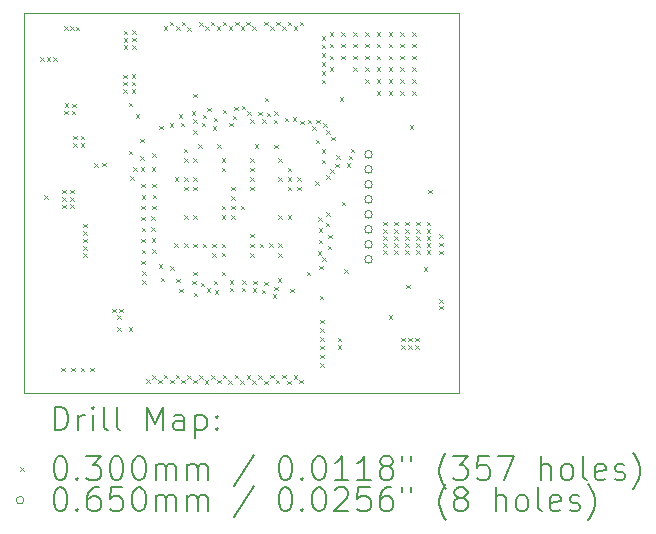
<source format=gbr>
%TF.GenerationSoftware,KiCad,Pcbnew,8.0.4-8.0.4-0~ubuntu20.04.1*%
%TF.CreationDate,2024-10-25T22:35:44+02:00*%
%TF.ProjectId,home_auto,686f6d65-5f61-4757-946f-2e6b69636164,rev?*%
%TF.SameCoordinates,Original*%
%TF.FileFunction,Drillmap*%
%TF.FilePolarity,Positive*%
%FSLAX45Y45*%
G04 Gerber Fmt 4.5, Leading zero omitted, Abs format (unit mm)*
G04 Created by KiCad (PCBNEW 8.0.4-8.0.4-0~ubuntu20.04.1) date 2024-10-25 22:35:44*
%MOMM*%
%LPD*%
G01*
G04 APERTURE LIST*
%ADD10C,0.050000*%
%ADD11C,0.200000*%
%ADD12C,0.100000*%
G04 APERTURE END LIST*
D10*
X7350000Y-8267500D02*
X11030000Y-8267500D01*
X11030000Y-11486500D01*
X7350000Y-11486500D01*
X7350000Y-8267500D01*
D11*
D12*
X7487000Y-8643000D02*
X7517000Y-8673000D01*
X7517000Y-8643000D02*
X7487000Y-8673000D01*
X7520000Y-9811000D02*
X7550000Y-9841000D01*
X7550000Y-9811000D02*
X7520000Y-9841000D01*
X7542000Y-8643000D02*
X7572000Y-8673000D01*
X7572000Y-8643000D02*
X7542000Y-8673000D01*
X7598000Y-8643000D02*
X7628000Y-8673000D01*
X7628000Y-8643000D02*
X7598000Y-8673000D01*
X7665000Y-11272000D02*
X7695000Y-11302000D01*
X7695000Y-11272000D02*
X7665000Y-11302000D01*
X7670000Y-9764324D02*
X7700000Y-9794324D01*
X7700000Y-9764324D02*
X7670000Y-9794324D01*
X7670000Y-9827162D02*
X7700000Y-9857162D01*
X7700000Y-9827162D02*
X7670000Y-9857162D01*
X7670000Y-9890000D02*
X7700000Y-9920000D01*
X7700000Y-9890000D02*
X7670000Y-9920000D01*
X7690000Y-8381000D02*
X7720000Y-8411000D01*
X7720000Y-8381000D02*
X7690000Y-8411000D01*
X7690633Y-9095885D02*
X7720633Y-9125885D01*
X7720633Y-9095885D02*
X7690633Y-9125885D01*
X7692000Y-9033000D02*
X7722000Y-9063000D01*
X7722000Y-9033000D02*
X7692000Y-9063000D01*
X7738000Y-8380000D02*
X7768000Y-8410000D01*
X7768000Y-8380000D02*
X7738000Y-8410000D01*
X7738793Y-9762162D02*
X7768793Y-9792162D01*
X7768793Y-9762162D02*
X7738793Y-9792162D01*
X7738793Y-9825000D02*
X7768793Y-9855000D01*
X7768793Y-9825000D02*
X7738793Y-9855000D01*
X7738793Y-9887838D02*
X7768793Y-9917838D01*
X7768793Y-9887838D02*
X7738793Y-9917838D01*
X7746000Y-11272000D02*
X7776000Y-11302000D01*
X7776000Y-11272000D02*
X7746000Y-11302000D01*
X7753533Y-9096018D02*
X7783533Y-9126018D01*
X7783533Y-9096018D02*
X7753533Y-9126018D01*
X7754894Y-9033887D02*
X7784894Y-9063887D01*
X7784894Y-9033887D02*
X7754894Y-9063887D01*
X7763000Y-9307000D02*
X7793000Y-9337000D01*
X7793000Y-9307000D02*
X7763000Y-9337000D01*
X7764000Y-9370000D02*
X7794000Y-9400000D01*
X7794000Y-9370000D02*
X7764000Y-9400000D01*
X7786000Y-8382000D02*
X7816000Y-8412000D01*
X7816000Y-8382000D02*
X7786000Y-8412000D01*
X7827000Y-11272000D02*
X7857000Y-11302000D01*
X7857000Y-11272000D02*
X7827000Y-11302000D01*
X7829000Y-9306000D02*
X7859000Y-9336000D01*
X7859000Y-9306000D02*
X7829000Y-9336000D01*
X7829000Y-9371000D02*
X7859000Y-9401000D01*
X7859000Y-9371000D02*
X7829000Y-9401000D01*
X7849000Y-10052356D02*
X7879000Y-10082356D01*
X7879000Y-10052356D02*
X7849000Y-10082356D01*
X7849000Y-10115244D02*
X7879000Y-10145244D01*
X7879000Y-10115244D02*
X7849000Y-10145244D01*
X7849000Y-10178000D02*
X7879000Y-10208000D01*
X7879000Y-10178000D02*
X7849000Y-10208000D01*
X7849000Y-10240180D02*
X7879000Y-10270180D01*
X7879000Y-10240180D02*
X7849000Y-10270180D01*
X7849000Y-10303067D02*
X7879000Y-10333067D01*
X7879000Y-10303067D02*
X7849000Y-10333067D01*
X7908000Y-11272000D02*
X7938000Y-11302000D01*
X7938000Y-11272000D02*
X7908000Y-11302000D01*
X7944000Y-9539000D02*
X7974000Y-9569000D01*
X7974000Y-9539000D02*
X7944000Y-9569000D01*
X8010000Y-9536000D02*
X8040000Y-9566000D01*
X8040000Y-9536000D02*
X8010000Y-9566000D01*
X8096000Y-10772000D02*
X8126000Y-10802000D01*
X8126000Y-10772000D02*
X8096000Y-10802000D01*
X8136000Y-10828000D02*
X8166000Y-10858000D01*
X8166000Y-10828000D02*
X8136000Y-10858000D01*
X8136000Y-10928000D02*
X8166000Y-10958000D01*
X8166000Y-10928000D02*
X8136000Y-10958000D01*
X8154000Y-10772000D02*
X8184000Y-10802000D01*
X8184000Y-10772000D02*
X8154000Y-10802000D01*
X8188000Y-8788000D02*
X8218000Y-8818000D01*
X8218000Y-8788000D02*
X8188000Y-8818000D01*
X8188000Y-8850848D02*
X8218000Y-8880848D01*
X8218000Y-8850848D02*
X8188000Y-8880848D01*
X8188000Y-8913674D02*
X8218000Y-8943674D01*
X8218000Y-8913674D02*
X8188000Y-8943674D01*
X8194000Y-8416326D02*
X8224000Y-8446326D01*
X8224000Y-8416326D02*
X8194000Y-8446326D01*
X8194000Y-8479174D02*
X8224000Y-8509174D01*
X8224000Y-8479174D02*
X8194000Y-8509174D01*
X8194000Y-8542000D02*
X8224000Y-8572000D01*
X8224000Y-8542000D02*
X8194000Y-8572000D01*
X8235100Y-9434000D02*
X8265100Y-9464000D01*
X8265100Y-9434000D02*
X8235100Y-9464000D01*
X8236000Y-9028000D02*
X8266000Y-9058000D01*
X8266000Y-9028000D02*
X8236000Y-9058000D01*
X8236000Y-10928000D02*
X8266000Y-10958000D01*
X8266000Y-10928000D02*
X8236000Y-10958000D01*
X8250000Y-9651000D02*
X8280000Y-9681000D01*
X8280000Y-9651000D02*
X8250000Y-9681000D01*
X8258615Y-8786674D02*
X8288615Y-8816674D01*
X8288615Y-8786674D02*
X8258615Y-8816674D01*
X8258615Y-8849522D02*
X8288615Y-8879522D01*
X8288615Y-8849522D02*
X8258615Y-8879522D01*
X8258615Y-8912349D02*
X8288615Y-8942349D01*
X8288615Y-8912349D02*
X8258615Y-8942349D01*
X8264615Y-8415000D02*
X8294615Y-8445000D01*
X8294615Y-8415000D02*
X8264615Y-8445000D01*
X8264615Y-8477848D02*
X8294615Y-8507848D01*
X8294615Y-8477848D02*
X8264615Y-8507848D01*
X8264615Y-8540674D02*
X8294615Y-8570674D01*
X8294615Y-8540674D02*
X8264615Y-8570674D01*
X8272386Y-9570841D02*
X8302386Y-9600841D01*
X8302386Y-9570841D02*
X8272386Y-9600841D01*
X8296000Y-9125000D02*
X8326000Y-9155000D01*
X8326000Y-9125000D02*
X8296000Y-9155000D01*
X8334000Y-9480000D02*
X8364000Y-9510000D01*
X8364000Y-9480000D02*
X8334000Y-9510000D01*
X8334241Y-9330740D02*
X8364241Y-9360740D01*
X8364241Y-9330740D02*
X8334241Y-9360740D01*
X8335275Y-9572000D02*
X8365275Y-9602000D01*
X8365275Y-9572000D02*
X8335275Y-9602000D01*
X8339000Y-9900500D02*
X8369000Y-9930500D01*
X8369000Y-9900500D02*
X8339000Y-9930500D01*
X8340000Y-10177000D02*
X8370000Y-10207000D01*
X8370000Y-10177000D02*
X8340000Y-10207000D01*
X8342000Y-9993000D02*
X8372000Y-10023000D01*
X8372000Y-9993000D02*
X8342000Y-10023000D01*
X8342126Y-9713445D02*
X8372126Y-9743445D01*
X8372126Y-9713445D02*
X8342126Y-9743445D01*
X8343000Y-10363000D02*
X8373000Y-10393000D01*
X8373000Y-10363000D02*
X8343000Y-10393000D01*
X8344000Y-10271000D02*
X8374000Y-10301000D01*
X8374000Y-10271000D02*
X8344000Y-10301000D01*
X8344940Y-9808500D02*
X8374940Y-9838500D01*
X8374940Y-9808500D02*
X8344940Y-9838500D01*
X8346000Y-10085000D02*
X8376000Y-10115000D01*
X8376000Y-10085000D02*
X8346000Y-10115000D01*
X8347500Y-10530000D02*
X8377500Y-10560000D01*
X8377500Y-10530000D02*
X8347500Y-10560000D01*
X8350000Y-10455527D02*
X8380000Y-10485527D01*
X8380000Y-10455527D02*
X8350000Y-10485527D01*
X8382500Y-11370000D02*
X8412500Y-11400000D01*
X8412500Y-11370000D02*
X8382500Y-11400000D01*
X8423750Y-10082000D02*
X8453750Y-10112000D01*
X8453750Y-10082000D02*
X8423750Y-10112000D01*
X8426946Y-9990000D02*
X8456946Y-10020000D01*
X8456946Y-9990000D02*
X8426946Y-10020000D01*
X8428823Y-10174000D02*
X8458823Y-10204000D01*
X8458823Y-10174000D02*
X8428823Y-10204000D01*
X8431000Y-9572000D02*
X8461000Y-9602000D01*
X8461000Y-9572000D02*
X8431000Y-9602000D01*
X8432000Y-9714000D02*
X8462000Y-9744000D01*
X8462000Y-9714000D02*
X8432000Y-9744000D01*
X8433830Y-9453278D02*
X8463830Y-9483278D01*
X8463830Y-9453278D02*
X8433830Y-9483278D01*
X8434000Y-9898000D02*
X8464000Y-9928000D01*
X8464000Y-9898000D02*
X8434000Y-9928000D01*
X8435000Y-10266000D02*
X8465000Y-10296000D01*
X8465000Y-10266000D02*
X8435000Y-10296000D01*
X8435000Y-11332500D02*
X8465000Y-11362500D01*
X8465000Y-11332500D02*
X8435000Y-11362500D01*
X8437928Y-9806000D02*
X8467928Y-9836000D01*
X8467928Y-9806000D02*
X8437928Y-9836000D01*
X8485000Y-11372500D02*
X8515000Y-11402500D01*
X8515000Y-11372500D02*
X8485000Y-11402500D01*
X8487400Y-10393054D02*
X8517400Y-10423054D01*
X8517400Y-10393054D02*
X8487400Y-10423054D01*
X8492500Y-9222500D02*
X8522500Y-9252500D01*
X8522500Y-9222500D02*
X8492500Y-9252500D01*
X8507500Y-10510000D02*
X8537500Y-10540000D01*
X8537500Y-10510000D02*
X8507500Y-10540000D01*
X8530000Y-8380000D02*
X8560000Y-8410000D01*
X8560000Y-8380000D02*
X8530000Y-8410000D01*
X8532500Y-11330000D02*
X8562500Y-11360000D01*
X8562500Y-11330000D02*
X8532500Y-11360000D01*
X8582500Y-8340000D02*
X8612500Y-8370000D01*
X8612500Y-8340000D02*
X8582500Y-8370000D01*
X8582500Y-9200000D02*
X8612500Y-9230000D01*
X8612500Y-9200000D02*
X8582500Y-9230000D01*
X8585000Y-11372500D02*
X8615000Y-11402500D01*
X8615000Y-11372500D02*
X8585000Y-11402500D01*
X8588250Y-10413251D02*
X8618250Y-10443251D01*
X8618250Y-10413251D02*
X8588250Y-10443251D01*
X8622000Y-10218000D02*
X8652000Y-10248000D01*
X8652000Y-10218000D02*
X8622000Y-10248000D01*
X8623000Y-9659000D02*
X8653000Y-9689000D01*
X8653000Y-9659000D02*
X8623000Y-9689000D01*
X8632500Y-11330000D02*
X8662500Y-11360000D01*
X8662500Y-11330000D02*
X8632500Y-11360000D01*
X8637356Y-10518357D02*
X8667356Y-10548357D01*
X8667356Y-10518357D02*
X8637356Y-10548357D01*
X8637500Y-8380000D02*
X8667500Y-8410000D01*
X8667500Y-8380000D02*
X8637500Y-8410000D01*
X8658824Y-9124719D02*
X8688824Y-9154719D01*
X8688824Y-9124719D02*
X8658824Y-9154719D01*
X8662500Y-10600000D02*
X8692500Y-10630000D01*
X8692500Y-10600000D02*
X8662500Y-10630000D01*
X8675867Y-9196527D02*
X8705867Y-9226527D01*
X8705867Y-9196527D02*
X8675867Y-9226527D01*
X8679512Y-11371789D02*
X8709512Y-11401789D01*
X8709512Y-11371789D02*
X8679512Y-11401789D01*
X8685000Y-8340000D02*
X8715000Y-8370000D01*
X8715000Y-8340000D02*
X8685000Y-8370000D01*
X8702500Y-9417500D02*
X8732500Y-9447500D01*
X8732500Y-9417500D02*
X8702500Y-9447500D01*
X8703000Y-9498500D02*
X8733000Y-9528500D01*
X8733000Y-9498500D02*
X8703000Y-9528500D01*
X8703000Y-9658000D02*
X8733000Y-9688000D01*
X8733000Y-9658000D02*
X8703000Y-9688000D01*
X8703000Y-9739000D02*
X8733000Y-9769000D01*
X8733000Y-9739000D02*
X8703000Y-9769000D01*
X8703000Y-9978000D02*
X8733000Y-10008000D01*
X8733000Y-9978000D02*
X8703000Y-10008000D01*
X8703000Y-10218000D02*
X8733000Y-10248000D01*
X8733000Y-10218000D02*
X8703000Y-10248000D01*
X8732500Y-8386000D02*
X8762500Y-8416000D01*
X8762500Y-8386000D02*
X8732500Y-8416000D01*
X8732500Y-11335000D02*
X8762500Y-11365000D01*
X8762500Y-11335000D02*
X8732500Y-11365000D01*
X8767500Y-9100000D02*
X8797500Y-9130000D01*
X8797500Y-9100000D02*
X8767500Y-9130000D01*
X8772500Y-10535000D02*
X8802500Y-10565000D01*
X8802500Y-10535000D02*
X8772500Y-10565000D01*
X8780222Y-9168002D02*
X8810222Y-9198002D01*
X8810222Y-9168002D02*
X8780222Y-9198002D01*
X8781000Y-8951000D02*
X8811000Y-8981000D01*
X8811000Y-8951000D02*
X8781000Y-8981000D01*
X8782500Y-9257500D02*
X8812500Y-9287500D01*
X8812500Y-9257500D02*
X8782500Y-9287500D01*
X8782881Y-11372659D02*
X8812881Y-11402659D01*
X8812881Y-11372659D02*
X8782881Y-11402659D01*
X8783000Y-9498000D02*
X8813000Y-9528000D01*
X8813000Y-9498000D02*
X8783000Y-9528000D01*
X8783000Y-9658000D02*
X8813000Y-9688000D01*
X8813000Y-9658000D02*
X8783000Y-9688000D01*
X8783000Y-9738000D02*
X8813000Y-9768000D01*
X8813000Y-9738000D02*
X8783000Y-9768000D01*
X8783000Y-9978000D02*
X8813000Y-10008000D01*
X8813000Y-9978000D02*
X8783000Y-10008000D01*
X8783000Y-10219000D02*
X8813000Y-10249000D01*
X8813000Y-10219000D02*
X8783000Y-10249000D01*
X8783001Y-10458502D02*
X8813001Y-10488502D01*
X8813001Y-10458502D02*
X8783001Y-10488502D01*
X8785000Y-10635000D02*
X8815000Y-10665000D01*
X8815000Y-10635000D02*
X8785000Y-10665000D01*
X8823000Y-9379000D02*
X8853000Y-9409000D01*
X8853000Y-9379000D02*
X8823000Y-9409000D01*
X8830000Y-8345000D02*
X8860000Y-8375000D01*
X8860000Y-8345000D02*
X8830000Y-8375000D01*
X8832501Y-11332500D02*
X8862501Y-11362500D01*
X8862501Y-11332500D02*
X8832501Y-11362500D01*
X8844247Y-10550316D02*
X8874247Y-10580316D01*
X8874247Y-10550316D02*
X8844247Y-10580316D01*
X8855000Y-9195000D02*
X8885000Y-9225000D01*
X8885000Y-9195000D02*
X8855000Y-9225000D01*
X8859900Y-9126698D02*
X8889900Y-9156698D01*
X8889900Y-9126698D02*
X8859900Y-9156698D01*
X8863000Y-10219000D02*
X8893000Y-10249000D01*
X8893000Y-10219000D02*
X8863000Y-10249000D01*
X8878000Y-11377000D02*
X8908000Y-11407000D01*
X8908000Y-11377000D02*
X8878000Y-11407000D01*
X8882500Y-8380000D02*
X8912500Y-8410000D01*
X8912500Y-8380000D02*
X8882500Y-8410000D01*
X8895130Y-10598970D02*
X8925130Y-10628970D01*
X8925130Y-10598970D02*
X8895130Y-10628970D01*
X8898042Y-9067525D02*
X8928042Y-9097525D01*
X8928042Y-9067525D02*
X8898042Y-9097525D01*
X8930000Y-8340000D02*
X8960000Y-8370000D01*
X8960000Y-8340000D02*
X8930000Y-8370000D01*
X8932500Y-11332500D02*
X8962500Y-11362500D01*
X8962500Y-11332500D02*
X8932500Y-11362500D01*
X8943000Y-10219000D02*
X8973000Y-10249000D01*
X8973000Y-10219000D02*
X8943000Y-10249000D01*
X8943000Y-10299000D02*
X8973000Y-10329000D01*
X8973000Y-10299000D02*
X8943000Y-10329000D01*
X8945529Y-9224830D02*
X8975529Y-9254830D01*
X8975529Y-9224830D02*
X8945529Y-9254830D01*
X8953345Y-9154865D02*
X8983345Y-9184865D01*
X8983345Y-9154865D02*
X8953345Y-9184865D01*
X8955093Y-10535802D02*
X8985093Y-10565802D01*
X8985093Y-10535802D02*
X8955093Y-10565802D01*
X8963626Y-10615231D02*
X8993626Y-10645231D01*
X8993626Y-10615231D02*
X8963626Y-10645231D01*
X8978828Y-8380000D02*
X9008828Y-8410000D01*
X9008828Y-8380000D02*
X8978828Y-8410000D01*
X8982500Y-11372500D02*
X9012500Y-11402500D01*
X9012500Y-11372500D02*
X8982500Y-11402500D01*
X8983000Y-9379000D02*
X9013000Y-9409000D01*
X9013000Y-9379000D02*
X8983000Y-9409000D01*
X9022500Y-10457500D02*
X9052500Y-10487500D01*
X9052500Y-10457500D02*
X9022500Y-10487500D01*
X9023000Y-9499000D02*
X9053000Y-9529000D01*
X9053000Y-9499000D02*
X9023000Y-9529000D01*
X9023000Y-9579000D02*
X9053000Y-9609000D01*
X9053000Y-9579000D02*
X9023000Y-9609000D01*
X9023000Y-9898000D02*
X9053000Y-9928000D01*
X9053000Y-9898000D02*
X9023000Y-9928000D01*
X9023000Y-9978000D02*
X9053000Y-10008000D01*
X9053000Y-9978000D02*
X9023000Y-10008000D01*
X9023000Y-10219000D02*
X9053000Y-10249000D01*
X9053000Y-10219000D02*
X9023000Y-10249000D01*
X9023000Y-10298000D02*
X9053000Y-10328000D01*
X9053000Y-10298000D02*
X9023000Y-10328000D01*
X9032500Y-8340000D02*
X9062500Y-8370000D01*
X9062500Y-8340000D02*
X9032500Y-8370000D01*
X9032500Y-9085000D02*
X9062500Y-9115000D01*
X9062500Y-9085000D02*
X9032500Y-9115000D01*
X9032500Y-11330000D02*
X9062500Y-11360000D01*
X9062500Y-11330000D02*
X9032500Y-11360000D01*
X9077500Y-11375000D02*
X9107500Y-11405000D01*
X9107500Y-11375000D02*
X9077500Y-11405000D01*
X9082500Y-8380000D02*
X9112500Y-8410000D01*
X9112500Y-8380000D02*
X9082500Y-8410000D01*
X9086479Y-9195063D02*
X9116479Y-9225063D01*
X9116479Y-9195063D02*
X9086479Y-9225063D01*
X9090000Y-10595000D02*
X9120000Y-10625000D01*
X9120000Y-10595000D02*
X9090000Y-10625000D01*
X9091800Y-10528133D02*
X9121800Y-10558133D01*
X9121800Y-10528133D02*
X9091800Y-10558133D01*
X9103000Y-9738000D02*
X9133000Y-9768000D01*
X9133000Y-9738000D02*
X9103000Y-9768000D01*
X9103000Y-9819000D02*
X9133000Y-9849000D01*
X9133000Y-9819000D02*
X9103000Y-9849000D01*
X9103000Y-9899000D02*
X9133000Y-9929000D01*
X9133000Y-9899000D02*
X9103000Y-9929000D01*
X9103000Y-9978000D02*
X9133000Y-10008000D01*
X9133000Y-9978000D02*
X9103000Y-10008000D01*
X9116074Y-9137386D02*
X9146074Y-9167386D01*
X9146074Y-9137386D02*
X9116074Y-9167386D01*
X9127186Y-9062346D02*
X9157186Y-9092346D01*
X9157186Y-9062346D02*
X9127186Y-9092346D01*
X9132500Y-11330000D02*
X9162500Y-11360000D01*
X9162500Y-11330000D02*
X9132500Y-11360000D01*
X9135000Y-8340000D02*
X9165000Y-8370000D01*
X9165000Y-8340000D02*
X9135000Y-8370000D01*
X9177500Y-11375000D02*
X9207500Y-11405000D01*
X9207500Y-11375000D02*
X9177500Y-11405000D01*
X9182500Y-8380000D02*
X9212500Y-8410000D01*
X9212500Y-8380000D02*
X9182500Y-8410000D01*
X9183000Y-9898000D02*
X9213000Y-9928000D01*
X9213000Y-9898000D02*
X9183000Y-9928000D01*
X9191037Y-9053209D02*
X9221037Y-9083209D01*
X9221037Y-9053209D02*
X9191037Y-9083209D01*
X9192031Y-10592268D02*
X9222031Y-10622268D01*
X9222031Y-10592268D02*
X9192031Y-10622268D01*
X9197091Y-10529084D02*
X9227091Y-10559084D01*
X9227091Y-10529084D02*
X9197091Y-10559084D01*
X9229277Y-8340000D02*
X9259277Y-8370000D01*
X9259277Y-8340000D02*
X9229277Y-8370000D01*
X9235000Y-11332500D02*
X9265000Y-11362500D01*
X9265000Y-11332500D02*
X9235000Y-11362500D01*
X9238478Y-9101101D02*
X9268478Y-9131101D01*
X9268478Y-9101101D02*
X9238478Y-9131101D01*
X9262000Y-9738000D02*
X9292000Y-9768000D01*
X9292000Y-9738000D02*
X9262000Y-9768000D01*
X9262703Y-9167202D02*
X9292703Y-9197202D01*
X9292703Y-9167202D02*
X9262703Y-9197202D01*
X9263000Y-9498500D02*
X9293000Y-9528500D01*
X9293000Y-9498500D02*
X9263000Y-9528500D01*
X9263000Y-9578000D02*
X9293000Y-9608000D01*
X9293000Y-9578000D02*
X9263000Y-9608000D01*
X9263000Y-10138000D02*
X9293000Y-10168000D01*
X9293000Y-10138000D02*
X9263000Y-10168000D01*
X9263000Y-10219000D02*
X9293000Y-10249000D01*
X9293000Y-10219000D02*
X9263000Y-10249000D01*
X9263000Y-10299000D02*
X9293000Y-10329000D01*
X9293000Y-10299000D02*
X9263000Y-10329000D01*
X9264000Y-9658000D02*
X9294000Y-9688000D01*
X9294000Y-9658000D02*
X9264000Y-9688000D01*
X9280000Y-8380000D02*
X9310000Y-8410000D01*
X9310000Y-8380000D02*
X9280000Y-8410000D01*
X9282500Y-11375000D02*
X9312500Y-11405000D01*
X9312500Y-11375000D02*
X9282500Y-11405000D01*
X9285000Y-10597500D02*
X9315000Y-10627500D01*
X9315000Y-10597500D02*
X9285000Y-10627500D01*
X9287500Y-10532500D02*
X9317500Y-10562500D01*
X9317500Y-10532500D02*
X9287500Y-10562500D01*
X9302000Y-9380000D02*
X9332000Y-9410000D01*
X9332000Y-9380000D02*
X9302000Y-9410000D01*
X9332500Y-11335000D02*
X9362500Y-11365000D01*
X9362500Y-11335000D02*
X9332500Y-11365000D01*
X9332989Y-9102824D02*
X9362989Y-9132824D01*
X9362989Y-9102824D02*
X9332989Y-9132824D01*
X9343000Y-10219000D02*
X9373000Y-10249000D01*
X9373000Y-10219000D02*
X9343000Y-10249000D01*
X9360288Y-10610084D02*
X9390288Y-10640084D01*
X9390288Y-10610084D02*
X9360288Y-10640084D01*
X9367503Y-9165595D02*
X9397503Y-9195595D01*
X9397503Y-9165595D02*
X9367503Y-9195595D01*
X9380000Y-10542500D02*
X9410000Y-10572500D01*
X9410000Y-10542500D02*
X9380000Y-10572500D01*
X9380000Y-11382500D02*
X9410000Y-11412500D01*
X9410000Y-11382500D02*
X9380000Y-11412500D01*
X9383168Y-8340000D02*
X9413168Y-8370000D01*
X9413168Y-8340000D02*
X9383168Y-8370000D01*
X9385000Y-8985000D02*
X9415000Y-9015000D01*
X9415000Y-8985000D02*
X9385000Y-9015000D01*
X9402500Y-9110000D02*
X9432500Y-9140000D01*
X9432500Y-9110000D02*
X9402500Y-9140000D01*
X9423000Y-10218000D02*
X9453000Y-10248000D01*
X9453000Y-10218000D02*
X9423000Y-10248000D01*
X9432000Y-11330000D02*
X9462000Y-11360000D01*
X9462000Y-11330000D02*
X9432000Y-11360000D01*
X9435000Y-8380000D02*
X9465000Y-8410000D01*
X9465000Y-8380000D02*
X9435000Y-8410000D01*
X9455000Y-10647500D02*
X9485000Y-10677500D01*
X9485000Y-10647500D02*
X9455000Y-10677500D01*
X9461597Y-9169137D02*
X9491597Y-9199137D01*
X9491597Y-9169137D02*
X9461597Y-9199137D01*
X9465000Y-9100000D02*
X9495000Y-9130000D01*
X9495000Y-9100000D02*
X9465000Y-9130000D01*
X9465000Y-10585000D02*
X9495000Y-10615000D01*
X9495000Y-10585000D02*
X9465000Y-10615000D01*
X9466000Y-9382000D02*
X9496000Y-9412000D01*
X9496000Y-9382000D02*
X9466000Y-9412000D01*
X9480000Y-11371000D02*
X9510000Y-11401000D01*
X9510000Y-11371000D02*
X9480000Y-11401000D01*
X9485000Y-8340000D02*
X9515000Y-8370000D01*
X9515000Y-8340000D02*
X9485000Y-8370000D01*
X9498453Y-10510697D02*
X9528453Y-10540697D01*
X9528453Y-10510697D02*
X9498453Y-10540697D01*
X9503000Y-9499000D02*
X9533000Y-9529000D01*
X9533000Y-9499000D02*
X9503000Y-9529000D01*
X9503000Y-9659000D02*
X9533000Y-9689000D01*
X9533000Y-9659000D02*
X9503000Y-9689000D01*
X9503000Y-9978000D02*
X9533000Y-10008000D01*
X9533000Y-9978000D02*
X9503000Y-10008000D01*
X9503000Y-10218000D02*
X9533000Y-10248000D01*
X9533000Y-10218000D02*
X9503000Y-10248000D01*
X9503000Y-10299000D02*
X9533000Y-10329000D01*
X9533000Y-10299000D02*
X9503000Y-10329000D01*
X9532500Y-8380000D02*
X9562500Y-8410000D01*
X9562500Y-8380000D02*
X9532500Y-8410000D01*
X9534000Y-11331000D02*
X9564000Y-11361000D01*
X9564000Y-11331000D02*
X9534000Y-11361000D01*
X9554836Y-9154310D02*
X9584836Y-9184310D01*
X9584836Y-9154310D02*
X9554836Y-9184310D01*
X9574677Y-11378978D02*
X9604677Y-11408978D01*
X9604677Y-11378978D02*
X9574677Y-11408978D01*
X9580000Y-8340000D02*
X9610000Y-8370000D01*
X9610000Y-8340000D02*
X9580000Y-8370000D01*
X9583000Y-9578500D02*
X9613000Y-9608500D01*
X9613000Y-9578500D02*
X9583000Y-9608500D01*
X9583000Y-9659000D02*
X9613000Y-9689000D01*
X9613000Y-9659000D02*
X9583000Y-9689000D01*
X9583000Y-9739000D02*
X9613000Y-9769000D01*
X9613000Y-9739000D02*
X9583000Y-9769000D01*
X9583000Y-9978000D02*
X9613000Y-10008000D01*
X9613000Y-9978000D02*
X9583000Y-10008000D01*
X9604000Y-10600000D02*
X9634000Y-10630000D01*
X9634000Y-10600000D02*
X9604000Y-10630000D01*
X9621879Y-9150754D02*
X9651879Y-9180754D01*
X9651879Y-9150754D02*
X9621879Y-9180754D01*
X9632000Y-11332000D02*
X9662000Y-11362000D01*
X9662000Y-11332000D02*
X9632000Y-11362000D01*
X9632500Y-8380000D02*
X9662500Y-8410000D01*
X9662500Y-8380000D02*
X9632500Y-8410000D01*
X9663000Y-9659000D02*
X9693000Y-9689000D01*
X9693000Y-9659000D02*
X9663000Y-9689000D01*
X9663000Y-9738000D02*
X9693000Y-9768000D01*
X9693000Y-9738000D02*
X9663000Y-9768000D01*
X9679000Y-11374000D02*
X9709000Y-11404000D01*
X9709000Y-11374000D02*
X9679000Y-11404000D01*
X9682500Y-8340000D02*
X9712500Y-8370000D01*
X9712500Y-8340000D02*
X9682500Y-8370000D01*
X9687092Y-9181033D02*
X9717092Y-9211033D01*
X9717092Y-9181033D02*
X9687092Y-9211033D01*
X9743000Y-10458500D02*
X9773000Y-10488500D01*
X9773000Y-10458500D02*
X9743000Y-10488500D01*
X9751000Y-9172000D02*
X9781000Y-9202000D01*
X9781000Y-9172000D02*
X9751000Y-9202000D01*
X9786519Y-9223912D02*
X9816519Y-9253912D01*
X9816519Y-9223912D02*
X9786519Y-9253912D01*
X9816000Y-9691000D02*
X9846000Y-9721000D01*
X9846000Y-9691000D02*
X9816000Y-9721000D01*
X9820000Y-9339000D02*
X9850000Y-9369000D01*
X9850000Y-9339000D02*
X9820000Y-9369000D01*
X9821664Y-9169994D02*
X9851664Y-9199994D01*
X9851664Y-9169994D02*
X9821664Y-9199994D01*
X9834000Y-10282000D02*
X9864000Y-10312000D01*
X9864000Y-10282000D02*
X9834000Y-10312000D01*
X9841000Y-9996000D02*
X9871000Y-10026000D01*
X9871000Y-9996000D02*
X9841000Y-10026000D01*
X9843000Y-10186000D02*
X9873000Y-10216000D01*
X9873000Y-10186000D02*
X9843000Y-10216000D01*
X9843413Y-10089402D02*
X9873413Y-10119402D01*
X9873413Y-10089402D02*
X9843413Y-10119402D01*
X9850000Y-10407000D02*
X9880000Y-10437000D01*
X9880000Y-10407000D02*
X9850000Y-10437000D01*
X9852000Y-10660000D02*
X9882000Y-10690000D01*
X9882000Y-10660000D02*
X9852000Y-10690000D01*
X9858000Y-10863000D02*
X9888000Y-10893000D01*
X9888000Y-10863000D02*
X9858000Y-10893000D01*
X9858000Y-10937000D02*
X9888000Y-10967000D01*
X9888000Y-10937000D02*
X9858000Y-10967000D01*
X9858000Y-11011000D02*
X9888000Y-11041000D01*
X9888000Y-11011000D02*
X9858000Y-11041000D01*
X9858000Y-11085000D02*
X9888000Y-11115000D01*
X9888000Y-11085000D02*
X9858000Y-11115000D01*
X9858000Y-11159000D02*
X9888000Y-11189000D01*
X9888000Y-11159000D02*
X9858000Y-11189000D01*
X9858000Y-11233000D02*
X9888000Y-11263000D01*
X9888000Y-11233000D02*
X9858000Y-11263000D01*
X9867500Y-9418500D02*
X9897500Y-9448500D01*
X9897500Y-9418500D02*
X9867500Y-9448500D01*
X9867824Y-9508650D02*
X9897824Y-9538650D01*
X9897824Y-9508650D02*
X9867824Y-9538650D01*
X9868000Y-8462000D02*
X9898000Y-8492000D01*
X9898000Y-8462000D02*
X9868000Y-8492000D01*
X9868000Y-8536000D02*
X9898000Y-8566000D01*
X9898000Y-8536000D02*
X9868000Y-8566000D01*
X9868000Y-8610000D02*
X9898000Y-8640000D01*
X9898000Y-8610000D02*
X9868000Y-8640000D01*
X9868000Y-8684000D02*
X9898000Y-8714000D01*
X9898000Y-8684000D02*
X9868000Y-8714000D01*
X9868000Y-8758000D02*
X9898000Y-8788000D01*
X9898000Y-8758000D02*
X9868000Y-8788000D01*
X9868000Y-8832000D02*
X9898000Y-8862000D01*
X9898000Y-8832000D02*
X9868000Y-8862000D01*
X9872000Y-10334000D02*
X9902000Y-10364000D01*
X9902000Y-10334000D02*
X9872000Y-10364000D01*
X9883100Y-9198384D02*
X9913100Y-9228384D01*
X9913100Y-9198384D02*
X9883100Y-9228384D01*
X9903000Y-10043000D02*
X9933000Y-10073000D01*
X9933000Y-10043000D02*
X9903000Y-10073000D01*
X9907000Y-9642000D02*
X9937000Y-9672000D01*
X9937000Y-9642000D02*
X9907000Y-9672000D01*
X9907500Y-9257500D02*
X9937500Y-9287500D01*
X9937500Y-9257500D02*
X9907500Y-9287500D01*
X9908487Y-9953118D02*
X9938487Y-9983118D01*
X9938487Y-9953118D02*
X9908487Y-9983118D01*
X9920000Y-10238000D02*
X9950000Y-10268000D01*
X9950000Y-10238000D02*
X9920000Y-10268000D01*
X9925000Y-10145000D02*
X9955000Y-10175000D01*
X9955000Y-10145000D02*
X9925000Y-10175000D01*
X9936000Y-8428000D02*
X9966000Y-8458000D01*
X9966000Y-8428000D02*
X9936000Y-8458000D01*
X9936000Y-8528000D02*
X9966000Y-8558000D01*
X9966000Y-8528000D02*
X9936000Y-8558000D01*
X9936000Y-8628000D02*
X9966000Y-8658000D01*
X9966000Y-8628000D02*
X9936000Y-8658000D01*
X9936000Y-8728000D02*
X9966000Y-8758000D01*
X9966000Y-8728000D02*
X9936000Y-8758000D01*
X9940337Y-9588661D02*
X9970337Y-9618661D01*
X9970337Y-9588661D02*
X9940337Y-9618661D01*
X9950000Y-9315000D02*
X9980000Y-9345000D01*
X9980000Y-9315000D02*
X9950000Y-9345000D01*
X9982758Y-9542218D02*
X10012758Y-9572218D01*
X10012758Y-9542218D02*
X9982758Y-9572218D01*
X9990000Y-9472500D02*
X10020000Y-9502500D01*
X10020000Y-9472500D02*
X9990000Y-9502500D01*
X10003000Y-11018000D02*
X10033000Y-11048000D01*
X10033000Y-11018000D02*
X10003000Y-11048000D01*
X10005000Y-11080000D02*
X10035000Y-11110000D01*
X10035000Y-11080000D02*
X10005000Y-11110000D01*
X10022000Y-8980000D02*
X10052000Y-9010000D01*
X10052000Y-8980000D02*
X10022000Y-9010000D01*
X10036000Y-8428000D02*
X10066000Y-8458000D01*
X10066000Y-8428000D02*
X10036000Y-8458000D01*
X10036000Y-8528000D02*
X10066000Y-8558000D01*
X10066000Y-8528000D02*
X10036000Y-8558000D01*
X10036000Y-8628000D02*
X10066000Y-8658000D01*
X10066000Y-8628000D02*
X10036000Y-8658000D01*
X10040000Y-9865000D02*
X10070000Y-9895000D01*
X10070000Y-9865000D02*
X10040000Y-9895000D01*
X10059000Y-10435000D02*
X10089000Y-10465000D01*
X10089000Y-10435000D02*
X10059000Y-10465000D01*
X10080861Y-9537640D02*
X10110861Y-9567640D01*
X10110861Y-9537640D02*
X10080861Y-9567640D01*
X10098082Y-9475418D02*
X10128082Y-9505418D01*
X10128082Y-9475418D02*
X10098082Y-9505418D01*
X10114617Y-9414730D02*
X10144617Y-9444730D01*
X10144617Y-9414730D02*
X10114617Y-9444730D01*
X10136000Y-8428000D02*
X10166000Y-8458000D01*
X10166000Y-8428000D02*
X10136000Y-8458000D01*
X10136000Y-8528000D02*
X10166000Y-8558000D01*
X10166000Y-8528000D02*
X10136000Y-8558000D01*
X10136000Y-8628000D02*
X10166000Y-8658000D01*
X10166000Y-8628000D02*
X10136000Y-8658000D01*
X10136000Y-8728000D02*
X10166000Y-8758000D01*
X10166000Y-8728000D02*
X10136000Y-8758000D01*
X10236000Y-8428000D02*
X10266000Y-8458000D01*
X10266000Y-8428000D02*
X10236000Y-8458000D01*
X10236000Y-8528000D02*
X10266000Y-8558000D01*
X10266000Y-8528000D02*
X10236000Y-8558000D01*
X10236000Y-8628000D02*
X10266000Y-8658000D01*
X10266000Y-8628000D02*
X10236000Y-8658000D01*
X10236000Y-8728000D02*
X10266000Y-8758000D01*
X10266000Y-8728000D02*
X10236000Y-8758000D01*
X10236000Y-8828000D02*
X10266000Y-8858000D01*
X10266000Y-8828000D02*
X10236000Y-8858000D01*
X10336000Y-8428000D02*
X10366000Y-8458000D01*
X10366000Y-8428000D02*
X10336000Y-8458000D01*
X10336000Y-8528000D02*
X10366000Y-8558000D01*
X10366000Y-8528000D02*
X10336000Y-8558000D01*
X10336000Y-8628000D02*
X10366000Y-8658000D01*
X10366000Y-8628000D02*
X10336000Y-8658000D01*
X10336000Y-8728000D02*
X10366000Y-8758000D01*
X10366000Y-8728000D02*
X10336000Y-8758000D01*
X10336000Y-8828000D02*
X10366000Y-8858000D01*
X10366000Y-8828000D02*
X10336000Y-8858000D01*
X10336000Y-8928000D02*
X10366000Y-8958000D01*
X10366000Y-8928000D02*
X10336000Y-8958000D01*
X10390077Y-10036000D02*
X10420077Y-10066000D01*
X10420077Y-10036000D02*
X10390077Y-10066000D01*
X10390077Y-10096500D02*
X10420077Y-10126500D01*
X10420077Y-10096500D02*
X10390077Y-10126500D01*
X10390077Y-10157000D02*
X10420077Y-10187000D01*
X10420077Y-10157000D02*
X10390077Y-10187000D01*
X10390077Y-10217500D02*
X10420077Y-10247500D01*
X10420077Y-10217500D02*
X10390077Y-10247500D01*
X10390077Y-10278000D02*
X10420077Y-10308000D01*
X10420077Y-10278000D02*
X10390077Y-10308000D01*
X10436000Y-8428000D02*
X10466000Y-8458000D01*
X10466000Y-8428000D02*
X10436000Y-8458000D01*
X10436000Y-8528000D02*
X10466000Y-8558000D01*
X10466000Y-8528000D02*
X10436000Y-8558000D01*
X10436000Y-8628000D02*
X10466000Y-8658000D01*
X10466000Y-8628000D02*
X10436000Y-8658000D01*
X10436000Y-8728000D02*
X10466000Y-8758000D01*
X10466000Y-8728000D02*
X10436000Y-8758000D01*
X10436000Y-8828000D02*
X10466000Y-8858000D01*
X10466000Y-8828000D02*
X10436000Y-8858000D01*
X10436000Y-8928000D02*
X10466000Y-8958000D01*
X10466000Y-8928000D02*
X10436000Y-8958000D01*
X10436000Y-10828000D02*
X10466000Y-10858000D01*
X10466000Y-10828000D02*
X10436000Y-10858000D01*
X10482539Y-10036000D02*
X10512539Y-10066000D01*
X10512539Y-10036000D02*
X10482539Y-10066000D01*
X10482539Y-10096500D02*
X10512539Y-10126500D01*
X10512539Y-10096500D02*
X10482539Y-10126500D01*
X10482539Y-10157000D02*
X10512539Y-10187000D01*
X10512539Y-10157000D02*
X10482539Y-10187000D01*
X10482539Y-10217500D02*
X10512539Y-10247500D01*
X10512539Y-10217500D02*
X10482539Y-10247500D01*
X10482539Y-10278000D02*
X10512539Y-10308000D01*
X10512539Y-10278000D02*
X10482539Y-10308000D01*
X10536000Y-8428000D02*
X10566000Y-8458000D01*
X10566000Y-8428000D02*
X10536000Y-8458000D01*
X10536000Y-8528000D02*
X10566000Y-8558000D01*
X10566000Y-8528000D02*
X10536000Y-8558000D01*
X10536000Y-8628000D02*
X10566000Y-8658000D01*
X10566000Y-8628000D02*
X10536000Y-8658000D01*
X10536000Y-8728000D02*
X10566000Y-8758000D01*
X10566000Y-8728000D02*
X10536000Y-8758000D01*
X10536000Y-8828000D02*
X10566000Y-8858000D01*
X10566000Y-8828000D02*
X10536000Y-8858000D01*
X10536000Y-8928000D02*
X10566000Y-8958000D01*
X10566000Y-8928000D02*
X10536000Y-8958000D01*
X10542000Y-11080000D02*
X10572000Y-11110000D01*
X10572000Y-11080000D02*
X10542000Y-11110000D01*
X10543000Y-11018000D02*
X10573000Y-11048000D01*
X10573000Y-11018000D02*
X10543000Y-11048000D01*
X10575000Y-10036000D02*
X10605000Y-10066000D01*
X10605000Y-10036000D02*
X10575000Y-10066000D01*
X10575000Y-10096500D02*
X10605000Y-10126500D01*
X10605000Y-10096500D02*
X10575000Y-10126500D01*
X10575000Y-10157000D02*
X10605000Y-10187000D01*
X10605000Y-10157000D02*
X10575000Y-10187000D01*
X10575000Y-10217500D02*
X10605000Y-10247500D01*
X10605000Y-10217500D02*
X10575000Y-10247500D01*
X10575000Y-10278000D02*
X10605000Y-10308000D01*
X10605000Y-10278000D02*
X10575000Y-10308000D01*
X10585000Y-10567500D02*
X10615000Y-10597500D01*
X10615000Y-10567500D02*
X10585000Y-10597500D01*
X10601000Y-11080000D02*
X10631000Y-11110000D01*
X10631000Y-11080000D02*
X10601000Y-11110000D01*
X10602000Y-11018000D02*
X10632000Y-11048000D01*
X10632000Y-11018000D02*
X10602000Y-11048000D01*
X10613000Y-9216000D02*
X10643000Y-9246000D01*
X10643000Y-9216000D02*
X10613000Y-9246000D01*
X10636000Y-8428000D02*
X10666000Y-8458000D01*
X10666000Y-8428000D02*
X10636000Y-8458000D01*
X10636000Y-8528000D02*
X10666000Y-8558000D01*
X10666000Y-8528000D02*
X10636000Y-8558000D01*
X10636000Y-8628000D02*
X10666000Y-8658000D01*
X10666000Y-8628000D02*
X10636000Y-8658000D01*
X10636000Y-8728000D02*
X10666000Y-8758000D01*
X10666000Y-8728000D02*
X10636000Y-8758000D01*
X10636000Y-8828000D02*
X10666000Y-8858000D01*
X10666000Y-8828000D02*
X10636000Y-8858000D01*
X10636000Y-8928000D02*
X10666000Y-8958000D01*
X10666000Y-8928000D02*
X10636000Y-8958000D01*
X10660000Y-11080000D02*
X10690000Y-11110000D01*
X10690000Y-11080000D02*
X10660000Y-11110000D01*
X10661000Y-11018000D02*
X10691000Y-11048000D01*
X10691000Y-11018000D02*
X10661000Y-11048000D01*
X10667462Y-10036000D02*
X10697462Y-10066000D01*
X10697462Y-10036000D02*
X10667462Y-10066000D01*
X10667462Y-10096500D02*
X10697462Y-10126500D01*
X10697462Y-10096500D02*
X10667462Y-10126500D01*
X10667462Y-10157000D02*
X10697462Y-10187000D01*
X10697462Y-10157000D02*
X10667462Y-10187000D01*
X10667462Y-10217500D02*
X10697462Y-10247500D01*
X10697462Y-10217500D02*
X10667462Y-10247500D01*
X10667462Y-10278000D02*
X10697462Y-10308000D01*
X10697462Y-10278000D02*
X10667462Y-10308000D01*
X10732400Y-10421202D02*
X10762400Y-10451202D01*
X10762400Y-10421202D02*
X10732400Y-10451202D01*
X10759923Y-10036000D02*
X10789923Y-10066000D01*
X10789923Y-10036000D02*
X10759923Y-10066000D01*
X10759923Y-10096500D02*
X10789923Y-10126500D01*
X10789923Y-10096500D02*
X10759923Y-10126500D01*
X10759923Y-10157000D02*
X10789923Y-10187000D01*
X10789923Y-10157000D02*
X10759923Y-10187000D01*
X10759923Y-10217500D02*
X10789923Y-10247500D01*
X10789923Y-10217500D02*
X10759923Y-10247500D01*
X10759923Y-10278000D02*
X10789923Y-10308000D01*
X10789923Y-10278000D02*
X10759923Y-10308000D01*
X10770000Y-9765000D02*
X10800000Y-9795000D01*
X10800000Y-9765000D02*
X10770000Y-9795000D01*
X10864000Y-10140000D02*
X10894000Y-10170000D01*
X10894000Y-10140000D02*
X10864000Y-10170000D01*
X10864000Y-10214000D02*
X10894000Y-10244000D01*
X10894000Y-10214000D02*
X10864000Y-10244000D01*
X10864000Y-10279000D02*
X10894000Y-10309000D01*
X10894000Y-10279000D02*
X10864000Y-10309000D01*
X10864000Y-10689000D02*
X10894000Y-10719000D01*
X10894000Y-10689000D02*
X10864000Y-10719000D01*
X10864000Y-10745000D02*
X10894000Y-10775000D01*
X10894000Y-10745000D02*
X10864000Y-10775000D01*
X10297500Y-9465000D02*
G75*
G02*
X10232500Y-9465000I-32500J0D01*
G01*
X10232500Y-9465000D02*
G75*
G02*
X10297500Y-9465000I32500J0D01*
G01*
X10297500Y-9592000D02*
G75*
G02*
X10232500Y-9592000I-32500J0D01*
G01*
X10232500Y-9592000D02*
G75*
G02*
X10297500Y-9592000I32500J0D01*
G01*
X10297500Y-9719000D02*
G75*
G02*
X10232500Y-9719000I-32500J0D01*
G01*
X10232500Y-9719000D02*
G75*
G02*
X10297500Y-9719000I32500J0D01*
G01*
X10297500Y-9846000D02*
G75*
G02*
X10232500Y-9846000I-32500J0D01*
G01*
X10232500Y-9846000D02*
G75*
G02*
X10297500Y-9846000I32500J0D01*
G01*
X10297500Y-9973000D02*
G75*
G02*
X10232500Y-9973000I-32500J0D01*
G01*
X10232500Y-9973000D02*
G75*
G02*
X10297500Y-9973000I32500J0D01*
G01*
X10297500Y-10100000D02*
G75*
G02*
X10232500Y-10100000I-32500J0D01*
G01*
X10232500Y-10100000D02*
G75*
G02*
X10297500Y-10100000I32500J0D01*
G01*
X10297500Y-10227000D02*
G75*
G02*
X10232500Y-10227000I-32500J0D01*
G01*
X10232500Y-10227000D02*
G75*
G02*
X10297500Y-10227000I32500J0D01*
G01*
X10297500Y-10354000D02*
G75*
G02*
X10232500Y-10354000I-32500J0D01*
G01*
X10232500Y-10354000D02*
G75*
G02*
X10297500Y-10354000I32500J0D01*
G01*
D11*
X7608277Y-11800484D02*
X7608277Y-11600484D01*
X7608277Y-11600484D02*
X7655896Y-11600484D01*
X7655896Y-11600484D02*
X7684467Y-11610008D01*
X7684467Y-11610008D02*
X7703515Y-11629055D01*
X7703515Y-11629055D02*
X7713039Y-11648103D01*
X7713039Y-11648103D02*
X7722562Y-11686198D01*
X7722562Y-11686198D02*
X7722562Y-11714769D01*
X7722562Y-11714769D02*
X7713039Y-11752865D01*
X7713039Y-11752865D02*
X7703515Y-11771912D01*
X7703515Y-11771912D02*
X7684467Y-11790960D01*
X7684467Y-11790960D02*
X7655896Y-11800484D01*
X7655896Y-11800484D02*
X7608277Y-11800484D01*
X7808277Y-11800484D02*
X7808277Y-11667150D01*
X7808277Y-11705246D02*
X7817801Y-11686198D01*
X7817801Y-11686198D02*
X7827324Y-11676674D01*
X7827324Y-11676674D02*
X7846372Y-11667150D01*
X7846372Y-11667150D02*
X7865420Y-11667150D01*
X7932086Y-11800484D02*
X7932086Y-11667150D01*
X7932086Y-11600484D02*
X7922562Y-11610008D01*
X7922562Y-11610008D02*
X7932086Y-11619531D01*
X7932086Y-11619531D02*
X7941610Y-11610008D01*
X7941610Y-11610008D02*
X7932086Y-11600484D01*
X7932086Y-11600484D02*
X7932086Y-11619531D01*
X8055896Y-11800484D02*
X8036848Y-11790960D01*
X8036848Y-11790960D02*
X8027324Y-11771912D01*
X8027324Y-11771912D02*
X8027324Y-11600484D01*
X8160658Y-11800484D02*
X8141610Y-11790960D01*
X8141610Y-11790960D02*
X8132086Y-11771912D01*
X8132086Y-11771912D02*
X8132086Y-11600484D01*
X8389229Y-11800484D02*
X8389229Y-11600484D01*
X8389229Y-11600484D02*
X8455896Y-11743341D01*
X8455896Y-11743341D02*
X8522563Y-11600484D01*
X8522563Y-11600484D02*
X8522563Y-11800484D01*
X8703515Y-11800484D02*
X8703515Y-11695722D01*
X8703515Y-11695722D02*
X8693991Y-11676674D01*
X8693991Y-11676674D02*
X8674944Y-11667150D01*
X8674944Y-11667150D02*
X8636848Y-11667150D01*
X8636848Y-11667150D02*
X8617801Y-11676674D01*
X8703515Y-11790960D02*
X8684467Y-11800484D01*
X8684467Y-11800484D02*
X8636848Y-11800484D01*
X8636848Y-11800484D02*
X8617801Y-11790960D01*
X8617801Y-11790960D02*
X8608277Y-11771912D01*
X8608277Y-11771912D02*
X8608277Y-11752865D01*
X8608277Y-11752865D02*
X8617801Y-11733817D01*
X8617801Y-11733817D02*
X8636848Y-11724293D01*
X8636848Y-11724293D02*
X8684467Y-11724293D01*
X8684467Y-11724293D02*
X8703515Y-11714769D01*
X8798753Y-11667150D02*
X8798753Y-11867150D01*
X8798753Y-11676674D02*
X8817801Y-11667150D01*
X8817801Y-11667150D02*
X8855896Y-11667150D01*
X8855896Y-11667150D02*
X8874944Y-11676674D01*
X8874944Y-11676674D02*
X8884467Y-11686198D01*
X8884467Y-11686198D02*
X8893991Y-11705246D01*
X8893991Y-11705246D02*
X8893991Y-11762388D01*
X8893991Y-11762388D02*
X8884467Y-11781436D01*
X8884467Y-11781436D02*
X8874944Y-11790960D01*
X8874944Y-11790960D02*
X8855896Y-11800484D01*
X8855896Y-11800484D02*
X8817801Y-11800484D01*
X8817801Y-11800484D02*
X8798753Y-11790960D01*
X8979705Y-11781436D02*
X8989229Y-11790960D01*
X8989229Y-11790960D02*
X8979705Y-11800484D01*
X8979705Y-11800484D02*
X8970182Y-11790960D01*
X8970182Y-11790960D02*
X8979705Y-11781436D01*
X8979705Y-11781436D02*
X8979705Y-11800484D01*
X8979705Y-11676674D02*
X8989229Y-11686198D01*
X8989229Y-11686198D02*
X8979705Y-11695722D01*
X8979705Y-11695722D02*
X8970182Y-11686198D01*
X8970182Y-11686198D02*
X8979705Y-11676674D01*
X8979705Y-11676674D02*
X8979705Y-11695722D01*
D12*
X7317500Y-12114000D02*
X7347500Y-12144000D01*
X7347500Y-12114000D02*
X7317500Y-12144000D01*
D11*
X7646372Y-12020484D02*
X7665420Y-12020484D01*
X7665420Y-12020484D02*
X7684467Y-12030008D01*
X7684467Y-12030008D02*
X7693991Y-12039531D01*
X7693991Y-12039531D02*
X7703515Y-12058579D01*
X7703515Y-12058579D02*
X7713039Y-12096674D01*
X7713039Y-12096674D02*
X7713039Y-12144293D01*
X7713039Y-12144293D02*
X7703515Y-12182388D01*
X7703515Y-12182388D02*
X7693991Y-12201436D01*
X7693991Y-12201436D02*
X7684467Y-12210960D01*
X7684467Y-12210960D02*
X7665420Y-12220484D01*
X7665420Y-12220484D02*
X7646372Y-12220484D01*
X7646372Y-12220484D02*
X7627324Y-12210960D01*
X7627324Y-12210960D02*
X7617801Y-12201436D01*
X7617801Y-12201436D02*
X7608277Y-12182388D01*
X7608277Y-12182388D02*
X7598753Y-12144293D01*
X7598753Y-12144293D02*
X7598753Y-12096674D01*
X7598753Y-12096674D02*
X7608277Y-12058579D01*
X7608277Y-12058579D02*
X7617801Y-12039531D01*
X7617801Y-12039531D02*
X7627324Y-12030008D01*
X7627324Y-12030008D02*
X7646372Y-12020484D01*
X7798753Y-12201436D02*
X7808277Y-12210960D01*
X7808277Y-12210960D02*
X7798753Y-12220484D01*
X7798753Y-12220484D02*
X7789229Y-12210960D01*
X7789229Y-12210960D02*
X7798753Y-12201436D01*
X7798753Y-12201436D02*
X7798753Y-12220484D01*
X7874943Y-12020484D02*
X7998753Y-12020484D01*
X7998753Y-12020484D02*
X7932086Y-12096674D01*
X7932086Y-12096674D02*
X7960658Y-12096674D01*
X7960658Y-12096674D02*
X7979705Y-12106198D01*
X7979705Y-12106198D02*
X7989229Y-12115722D01*
X7989229Y-12115722D02*
X7998753Y-12134769D01*
X7998753Y-12134769D02*
X7998753Y-12182388D01*
X7998753Y-12182388D02*
X7989229Y-12201436D01*
X7989229Y-12201436D02*
X7979705Y-12210960D01*
X7979705Y-12210960D02*
X7960658Y-12220484D01*
X7960658Y-12220484D02*
X7903515Y-12220484D01*
X7903515Y-12220484D02*
X7884467Y-12210960D01*
X7884467Y-12210960D02*
X7874943Y-12201436D01*
X8122562Y-12020484D02*
X8141610Y-12020484D01*
X8141610Y-12020484D02*
X8160658Y-12030008D01*
X8160658Y-12030008D02*
X8170182Y-12039531D01*
X8170182Y-12039531D02*
X8179705Y-12058579D01*
X8179705Y-12058579D02*
X8189229Y-12096674D01*
X8189229Y-12096674D02*
X8189229Y-12144293D01*
X8189229Y-12144293D02*
X8179705Y-12182388D01*
X8179705Y-12182388D02*
X8170182Y-12201436D01*
X8170182Y-12201436D02*
X8160658Y-12210960D01*
X8160658Y-12210960D02*
X8141610Y-12220484D01*
X8141610Y-12220484D02*
X8122562Y-12220484D01*
X8122562Y-12220484D02*
X8103515Y-12210960D01*
X8103515Y-12210960D02*
X8093991Y-12201436D01*
X8093991Y-12201436D02*
X8084467Y-12182388D01*
X8084467Y-12182388D02*
X8074943Y-12144293D01*
X8074943Y-12144293D02*
X8074943Y-12096674D01*
X8074943Y-12096674D02*
X8084467Y-12058579D01*
X8084467Y-12058579D02*
X8093991Y-12039531D01*
X8093991Y-12039531D02*
X8103515Y-12030008D01*
X8103515Y-12030008D02*
X8122562Y-12020484D01*
X8313039Y-12020484D02*
X8332086Y-12020484D01*
X8332086Y-12020484D02*
X8351134Y-12030008D01*
X8351134Y-12030008D02*
X8360658Y-12039531D01*
X8360658Y-12039531D02*
X8370182Y-12058579D01*
X8370182Y-12058579D02*
X8379705Y-12096674D01*
X8379705Y-12096674D02*
X8379705Y-12144293D01*
X8379705Y-12144293D02*
X8370182Y-12182388D01*
X8370182Y-12182388D02*
X8360658Y-12201436D01*
X8360658Y-12201436D02*
X8351134Y-12210960D01*
X8351134Y-12210960D02*
X8332086Y-12220484D01*
X8332086Y-12220484D02*
X8313039Y-12220484D01*
X8313039Y-12220484D02*
X8293991Y-12210960D01*
X8293991Y-12210960D02*
X8284467Y-12201436D01*
X8284467Y-12201436D02*
X8274943Y-12182388D01*
X8274943Y-12182388D02*
X8265420Y-12144293D01*
X8265420Y-12144293D02*
X8265420Y-12096674D01*
X8265420Y-12096674D02*
X8274943Y-12058579D01*
X8274943Y-12058579D02*
X8284467Y-12039531D01*
X8284467Y-12039531D02*
X8293991Y-12030008D01*
X8293991Y-12030008D02*
X8313039Y-12020484D01*
X8465420Y-12220484D02*
X8465420Y-12087150D01*
X8465420Y-12106198D02*
X8474944Y-12096674D01*
X8474944Y-12096674D02*
X8493991Y-12087150D01*
X8493991Y-12087150D02*
X8522563Y-12087150D01*
X8522563Y-12087150D02*
X8541610Y-12096674D01*
X8541610Y-12096674D02*
X8551134Y-12115722D01*
X8551134Y-12115722D02*
X8551134Y-12220484D01*
X8551134Y-12115722D02*
X8560658Y-12096674D01*
X8560658Y-12096674D02*
X8579705Y-12087150D01*
X8579705Y-12087150D02*
X8608277Y-12087150D01*
X8608277Y-12087150D02*
X8627325Y-12096674D01*
X8627325Y-12096674D02*
X8636848Y-12115722D01*
X8636848Y-12115722D02*
X8636848Y-12220484D01*
X8732086Y-12220484D02*
X8732086Y-12087150D01*
X8732086Y-12106198D02*
X8741610Y-12096674D01*
X8741610Y-12096674D02*
X8760658Y-12087150D01*
X8760658Y-12087150D02*
X8789229Y-12087150D01*
X8789229Y-12087150D02*
X8808277Y-12096674D01*
X8808277Y-12096674D02*
X8817801Y-12115722D01*
X8817801Y-12115722D02*
X8817801Y-12220484D01*
X8817801Y-12115722D02*
X8827325Y-12096674D01*
X8827325Y-12096674D02*
X8846372Y-12087150D01*
X8846372Y-12087150D02*
X8874944Y-12087150D01*
X8874944Y-12087150D02*
X8893991Y-12096674D01*
X8893991Y-12096674D02*
X8903515Y-12115722D01*
X8903515Y-12115722D02*
X8903515Y-12220484D01*
X9293991Y-12010960D02*
X9122563Y-12268103D01*
X9551134Y-12020484D02*
X9570182Y-12020484D01*
X9570182Y-12020484D02*
X9589229Y-12030008D01*
X9589229Y-12030008D02*
X9598753Y-12039531D01*
X9598753Y-12039531D02*
X9608277Y-12058579D01*
X9608277Y-12058579D02*
X9617801Y-12096674D01*
X9617801Y-12096674D02*
X9617801Y-12144293D01*
X9617801Y-12144293D02*
X9608277Y-12182388D01*
X9608277Y-12182388D02*
X9598753Y-12201436D01*
X9598753Y-12201436D02*
X9589229Y-12210960D01*
X9589229Y-12210960D02*
X9570182Y-12220484D01*
X9570182Y-12220484D02*
X9551134Y-12220484D01*
X9551134Y-12220484D02*
X9532087Y-12210960D01*
X9532087Y-12210960D02*
X9522563Y-12201436D01*
X9522563Y-12201436D02*
X9513039Y-12182388D01*
X9513039Y-12182388D02*
X9503515Y-12144293D01*
X9503515Y-12144293D02*
X9503515Y-12096674D01*
X9503515Y-12096674D02*
X9513039Y-12058579D01*
X9513039Y-12058579D02*
X9522563Y-12039531D01*
X9522563Y-12039531D02*
X9532087Y-12030008D01*
X9532087Y-12030008D02*
X9551134Y-12020484D01*
X9703515Y-12201436D02*
X9713039Y-12210960D01*
X9713039Y-12210960D02*
X9703515Y-12220484D01*
X9703515Y-12220484D02*
X9693991Y-12210960D01*
X9693991Y-12210960D02*
X9703515Y-12201436D01*
X9703515Y-12201436D02*
X9703515Y-12220484D01*
X9836848Y-12020484D02*
X9855896Y-12020484D01*
X9855896Y-12020484D02*
X9874944Y-12030008D01*
X9874944Y-12030008D02*
X9884468Y-12039531D01*
X9884468Y-12039531D02*
X9893991Y-12058579D01*
X9893991Y-12058579D02*
X9903515Y-12096674D01*
X9903515Y-12096674D02*
X9903515Y-12144293D01*
X9903515Y-12144293D02*
X9893991Y-12182388D01*
X9893991Y-12182388D02*
X9884468Y-12201436D01*
X9884468Y-12201436D02*
X9874944Y-12210960D01*
X9874944Y-12210960D02*
X9855896Y-12220484D01*
X9855896Y-12220484D02*
X9836848Y-12220484D01*
X9836848Y-12220484D02*
X9817801Y-12210960D01*
X9817801Y-12210960D02*
X9808277Y-12201436D01*
X9808277Y-12201436D02*
X9798753Y-12182388D01*
X9798753Y-12182388D02*
X9789229Y-12144293D01*
X9789229Y-12144293D02*
X9789229Y-12096674D01*
X9789229Y-12096674D02*
X9798753Y-12058579D01*
X9798753Y-12058579D02*
X9808277Y-12039531D01*
X9808277Y-12039531D02*
X9817801Y-12030008D01*
X9817801Y-12030008D02*
X9836848Y-12020484D01*
X10093991Y-12220484D02*
X9979706Y-12220484D01*
X10036848Y-12220484D02*
X10036848Y-12020484D01*
X10036848Y-12020484D02*
X10017801Y-12049055D01*
X10017801Y-12049055D02*
X9998753Y-12068103D01*
X9998753Y-12068103D02*
X9979706Y-12077627D01*
X10284468Y-12220484D02*
X10170182Y-12220484D01*
X10227325Y-12220484D02*
X10227325Y-12020484D01*
X10227325Y-12020484D02*
X10208277Y-12049055D01*
X10208277Y-12049055D02*
X10189229Y-12068103D01*
X10189229Y-12068103D02*
X10170182Y-12077627D01*
X10398753Y-12106198D02*
X10379706Y-12096674D01*
X10379706Y-12096674D02*
X10370182Y-12087150D01*
X10370182Y-12087150D02*
X10360658Y-12068103D01*
X10360658Y-12068103D02*
X10360658Y-12058579D01*
X10360658Y-12058579D02*
X10370182Y-12039531D01*
X10370182Y-12039531D02*
X10379706Y-12030008D01*
X10379706Y-12030008D02*
X10398753Y-12020484D01*
X10398753Y-12020484D02*
X10436849Y-12020484D01*
X10436849Y-12020484D02*
X10455896Y-12030008D01*
X10455896Y-12030008D02*
X10465420Y-12039531D01*
X10465420Y-12039531D02*
X10474944Y-12058579D01*
X10474944Y-12058579D02*
X10474944Y-12068103D01*
X10474944Y-12068103D02*
X10465420Y-12087150D01*
X10465420Y-12087150D02*
X10455896Y-12096674D01*
X10455896Y-12096674D02*
X10436849Y-12106198D01*
X10436849Y-12106198D02*
X10398753Y-12106198D01*
X10398753Y-12106198D02*
X10379706Y-12115722D01*
X10379706Y-12115722D02*
X10370182Y-12125246D01*
X10370182Y-12125246D02*
X10360658Y-12144293D01*
X10360658Y-12144293D02*
X10360658Y-12182388D01*
X10360658Y-12182388D02*
X10370182Y-12201436D01*
X10370182Y-12201436D02*
X10379706Y-12210960D01*
X10379706Y-12210960D02*
X10398753Y-12220484D01*
X10398753Y-12220484D02*
X10436849Y-12220484D01*
X10436849Y-12220484D02*
X10455896Y-12210960D01*
X10455896Y-12210960D02*
X10465420Y-12201436D01*
X10465420Y-12201436D02*
X10474944Y-12182388D01*
X10474944Y-12182388D02*
X10474944Y-12144293D01*
X10474944Y-12144293D02*
X10465420Y-12125246D01*
X10465420Y-12125246D02*
X10455896Y-12115722D01*
X10455896Y-12115722D02*
X10436849Y-12106198D01*
X10551134Y-12020484D02*
X10551134Y-12058579D01*
X10627325Y-12020484D02*
X10627325Y-12058579D01*
X10922563Y-12296674D02*
X10913039Y-12287150D01*
X10913039Y-12287150D02*
X10893991Y-12258579D01*
X10893991Y-12258579D02*
X10884468Y-12239531D01*
X10884468Y-12239531D02*
X10874944Y-12210960D01*
X10874944Y-12210960D02*
X10865420Y-12163341D01*
X10865420Y-12163341D02*
X10865420Y-12125246D01*
X10865420Y-12125246D02*
X10874944Y-12077627D01*
X10874944Y-12077627D02*
X10884468Y-12049055D01*
X10884468Y-12049055D02*
X10893991Y-12030008D01*
X10893991Y-12030008D02*
X10913039Y-12001436D01*
X10913039Y-12001436D02*
X10922563Y-11991912D01*
X10979706Y-12020484D02*
X11103515Y-12020484D01*
X11103515Y-12020484D02*
X11036849Y-12096674D01*
X11036849Y-12096674D02*
X11065420Y-12096674D01*
X11065420Y-12096674D02*
X11084468Y-12106198D01*
X11084468Y-12106198D02*
X11093991Y-12115722D01*
X11093991Y-12115722D02*
X11103515Y-12134769D01*
X11103515Y-12134769D02*
X11103515Y-12182388D01*
X11103515Y-12182388D02*
X11093991Y-12201436D01*
X11093991Y-12201436D02*
X11084468Y-12210960D01*
X11084468Y-12210960D02*
X11065420Y-12220484D01*
X11065420Y-12220484D02*
X11008277Y-12220484D01*
X11008277Y-12220484D02*
X10989230Y-12210960D01*
X10989230Y-12210960D02*
X10979706Y-12201436D01*
X11284468Y-12020484D02*
X11189229Y-12020484D01*
X11189229Y-12020484D02*
X11179706Y-12115722D01*
X11179706Y-12115722D02*
X11189229Y-12106198D01*
X11189229Y-12106198D02*
X11208277Y-12096674D01*
X11208277Y-12096674D02*
X11255896Y-12096674D01*
X11255896Y-12096674D02*
X11274944Y-12106198D01*
X11274944Y-12106198D02*
X11284468Y-12115722D01*
X11284468Y-12115722D02*
X11293991Y-12134769D01*
X11293991Y-12134769D02*
X11293991Y-12182388D01*
X11293991Y-12182388D02*
X11284468Y-12201436D01*
X11284468Y-12201436D02*
X11274944Y-12210960D01*
X11274944Y-12210960D02*
X11255896Y-12220484D01*
X11255896Y-12220484D02*
X11208277Y-12220484D01*
X11208277Y-12220484D02*
X11189229Y-12210960D01*
X11189229Y-12210960D02*
X11179706Y-12201436D01*
X11360658Y-12020484D02*
X11493991Y-12020484D01*
X11493991Y-12020484D02*
X11408277Y-12220484D01*
X11722563Y-12220484D02*
X11722563Y-12020484D01*
X11808277Y-12220484D02*
X11808277Y-12115722D01*
X11808277Y-12115722D02*
X11798753Y-12096674D01*
X11798753Y-12096674D02*
X11779706Y-12087150D01*
X11779706Y-12087150D02*
X11751134Y-12087150D01*
X11751134Y-12087150D02*
X11732087Y-12096674D01*
X11732087Y-12096674D02*
X11722563Y-12106198D01*
X11932087Y-12220484D02*
X11913039Y-12210960D01*
X11913039Y-12210960D02*
X11903515Y-12201436D01*
X11903515Y-12201436D02*
X11893991Y-12182388D01*
X11893991Y-12182388D02*
X11893991Y-12125246D01*
X11893991Y-12125246D02*
X11903515Y-12106198D01*
X11903515Y-12106198D02*
X11913039Y-12096674D01*
X11913039Y-12096674D02*
X11932087Y-12087150D01*
X11932087Y-12087150D02*
X11960658Y-12087150D01*
X11960658Y-12087150D02*
X11979706Y-12096674D01*
X11979706Y-12096674D02*
X11989230Y-12106198D01*
X11989230Y-12106198D02*
X11998753Y-12125246D01*
X11998753Y-12125246D02*
X11998753Y-12182388D01*
X11998753Y-12182388D02*
X11989230Y-12201436D01*
X11989230Y-12201436D02*
X11979706Y-12210960D01*
X11979706Y-12210960D02*
X11960658Y-12220484D01*
X11960658Y-12220484D02*
X11932087Y-12220484D01*
X12113039Y-12220484D02*
X12093991Y-12210960D01*
X12093991Y-12210960D02*
X12084468Y-12191912D01*
X12084468Y-12191912D02*
X12084468Y-12020484D01*
X12265420Y-12210960D02*
X12246372Y-12220484D01*
X12246372Y-12220484D02*
X12208277Y-12220484D01*
X12208277Y-12220484D02*
X12189230Y-12210960D01*
X12189230Y-12210960D02*
X12179706Y-12191912D01*
X12179706Y-12191912D02*
X12179706Y-12115722D01*
X12179706Y-12115722D02*
X12189230Y-12096674D01*
X12189230Y-12096674D02*
X12208277Y-12087150D01*
X12208277Y-12087150D02*
X12246372Y-12087150D01*
X12246372Y-12087150D02*
X12265420Y-12096674D01*
X12265420Y-12096674D02*
X12274944Y-12115722D01*
X12274944Y-12115722D02*
X12274944Y-12134769D01*
X12274944Y-12134769D02*
X12179706Y-12153817D01*
X12351134Y-12210960D02*
X12370182Y-12220484D01*
X12370182Y-12220484D02*
X12408277Y-12220484D01*
X12408277Y-12220484D02*
X12427325Y-12210960D01*
X12427325Y-12210960D02*
X12436849Y-12191912D01*
X12436849Y-12191912D02*
X12436849Y-12182388D01*
X12436849Y-12182388D02*
X12427325Y-12163341D01*
X12427325Y-12163341D02*
X12408277Y-12153817D01*
X12408277Y-12153817D02*
X12379706Y-12153817D01*
X12379706Y-12153817D02*
X12360658Y-12144293D01*
X12360658Y-12144293D02*
X12351134Y-12125246D01*
X12351134Y-12125246D02*
X12351134Y-12115722D01*
X12351134Y-12115722D02*
X12360658Y-12096674D01*
X12360658Y-12096674D02*
X12379706Y-12087150D01*
X12379706Y-12087150D02*
X12408277Y-12087150D01*
X12408277Y-12087150D02*
X12427325Y-12096674D01*
X12503515Y-12296674D02*
X12513039Y-12287150D01*
X12513039Y-12287150D02*
X12532087Y-12258579D01*
X12532087Y-12258579D02*
X12541611Y-12239531D01*
X12541611Y-12239531D02*
X12551134Y-12210960D01*
X12551134Y-12210960D02*
X12560658Y-12163341D01*
X12560658Y-12163341D02*
X12560658Y-12125246D01*
X12560658Y-12125246D02*
X12551134Y-12077627D01*
X12551134Y-12077627D02*
X12541611Y-12049055D01*
X12541611Y-12049055D02*
X12532087Y-12030008D01*
X12532087Y-12030008D02*
X12513039Y-12001436D01*
X12513039Y-12001436D02*
X12503515Y-11991912D01*
D12*
X7347500Y-12393000D02*
G75*
G02*
X7282500Y-12393000I-32500J0D01*
G01*
X7282500Y-12393000D02*
G75*
G02*
X7347500Y-12393000I32500J0D01*
G01*
D11*
X7646372Y-12284484D02*
X7665420Y-12284484D01*
X7665420Y-12284484D02*
X7684467Y-12294008D01*
X7684467Y-12294008D02*
X7693991Y-12303531D01*
X7693991Y-12303531D02*
X7703515Y-12322579D01*
X7703515Y-12322579D02*
X7713039Y-12360674D01*
X7713039Y-12360674D02*
X7713039Y-12408293D01*
X7713039Y-12408293D02*
X7703515Y-12446388D01*
X7703515Y-12446388D02*
X7693991Y-12465436D01*
X7693991Y-12465436D02*
X7684467Y-12474960D01*
X7684467Y-12474960D02*
X7665420Y-12484484D01*
X7665420Y-12484484D02*
X7646372Y-12484484D01*
X7646372Y-12484484D02*
X7627324Y-12474960D01*
X7627324Y-12474960D02*
X7617801Y-12465436D01*
X7617801Y-12465436D02*
X7608277Y-12446388D01*
X7608277Y-12446388D02*
X7598753Y-12408293D01*
X7598753Y-12408293D02*
X7598753Y-12360674D01*
X7598753Y-12360674D02*
X7608277Y-12322579D01*
X7608277Y-12322579D02*
X7617801Y-12303531D01*
X7617801Y-12303531D02*
X7627324Y-12294008D01*
X7627324Y-12294008D02*
X7646372Y-12284484D01*
X7798753Y-12465436D02*
X7808277Y-12474960D01*
X7808277Y-12474960D02*
X7798753Y-12484484D01*
X7798753Y-12484484D02*
X7789229Y-12474960D01*
X7789229Y-12474960D02*
X7798753Y-12465436D01*
X7798753Y-12465436D02*
X7798753Y-12484484D01*
X7979705Y-12284484D02*
X7941610Y-12284484D01*
X7941610Y-12284484D02*
X7922562Y-12294008D01*
X7922562Y-12294008D02*
X7913039Y-12303531D01*
X7913039Y-12303531D02*
X7893991Y-12332103D01*
X7893991Y-12332103D02*
X7884467Y-12370198D01*
X7884467Y-12370198D02*
X7884467Y-12446388D01*
X7884467Y-12446388D02*
X7893991Y-12465436D01*
X7893991Y-12465436D02*
X7903515Y-12474960D01*
X7903515Y-12474960D02*
X7922562Y-12484484D01*
X7922562Y-12484484D02*
X7960658Y-12484484D01*
X7960658Y-12484484D02*
X7979705Y-12474960D01*
X7979705Y-12474960D02*
X7989229Y-12465436D01*
X7989229Y-12465436D02*
X7998753Y-12446388D01*
X7998753Y-12446388D02*
X7998753Y-12398769D01*
X7998753Y-12398769D02*
X7989229Y-12379722D01*
X7989229Y-12379722D02*
X7979705Y-12370198D01*
X7979705Y-12370198D02*
X7960658Y-12360674D01*
X7960658Y-12360674D02*
X7922562Y-12360674D01*
X7922562Y-12360674D02*
X7903515Y-12370198D01*
X7903515Y-12370198D02*
X7893991Y-12379722D01*
X7893991Y-12379722D02*
X7884467Y-12398769D01*
X8179705Y-12284484D02*
X8084467Y-12284484D01*
X8084467Y-12284484D02*
X8074943Y-12379722D01*
X8074943Y-12379722D02*
X8084467Y-12370198D01*
X8084467Y-12370198D02*
X8103515Y-12360674D01*
X8103515Y-12360674D02*
X8151134Y-12360674D01*
X8151134Y-12360674D02*
X8170182Y-12370198D01*
X8170182Y-12370198D02*
X8179705Y-12379722D01*
X8179705Y-12379722D02*
X8189229Y-12398769D01*
X8189229Y-12398769D02*
X8189229Y-12446388D01*
X8189229Y-12446388D02*
X8179705Y-12465436D01*
X8179705Y-12465436D02*
X8170182Y-12474960D01*
X8170182Y-12474960D02*
X8151134Y-12484484D01*
X8151134Y-12484484D02*
X8103515Y-12484484D01*
X8103515Y-12484484D02*
X8084467Y-12474960D01*
X8084467Y-12474960D02*
X8074943Y-12465436D01*
X8313039Y-12284484D02*
X8332086Y-12284484D01*
X8332086Y-12284484D02*
X8351134Y-12294008D01*
X8351134Y-12294008D02*
X8360658Y-12303531D01*
X8360658Y-12303531D02*
X8370182Y-12322579D01*
X8370182Y-12322579D02*
X8379705Y-12360674D01*
X8379705Y-12360674D02*
X8379705Y-12408293D01*
X8379705Y-12408293D02*
X8370182Y-12446388D01*
X8370182Y-12446388D02*
X8360658Y-12465436D01*
X8360658Y-12465436D02*
X8351134Y-12474960D01*
X8351134Y-12474960D02*
X8332086Y-12484484D01*
X8332086Y-12484484D02*
X8313039Y-12484484D01*
X8313039Y-12484484D02*
X8293991Y-12474960D01*
X8293991Y-12474960D02*
X8284467Y-12465436D01*
X8284467Y-12465436D02*
X8274943Y-12446388D01*
X8274943Y-12446388D02*
X8265420Y-12408293D01*
X8265420Y-12408293D02*
X8265420Y-12360674D01*
X8265420Y-12360674D02*
X8274943Y-12322579D01*
X8274943Y-12322579D02*
X8284467Y-12303531D01*
X8284467Y-12303531D02*
X8293991Y-12294008D01*
X8293991Y-12294008D02*
X8313039Y-12284484D01*
X8465420Y-12484484D02*
X8465420Y-12351150D01*
X8465420Y-12370198D02*
X8474944Y-12360674D01*
X8474944Y-12360674D02*
X8493991Y-12351150D01*
X8493991Y-12351150D02*
X8522563Y-12351150D01*
X8522563Y-12351150D02*
X8541610Y-12360674D01*
X8541610Y-12360674D02*
X8551134Y-12379722D01*
X8551134Y-12379722D02*
X8551134Y-12484484D01*
X8551134Y-12379722D02*
X8560658Y-12360674D01*
X8560658Y-12360674D02*
X8579705Y-12351150D01*
X8579705Y-12351150D02*
X8608277Y-12351150D01*
X8608277Y-12351150D02*
X8627325Y-12360674D01*
X8627325Y-12360674D02*
X8636848Y-12379722D01*
X8636848Y-12379722D02*
X8636848Y-12484484D01*
X8732086Y-12484484D02*
X8732086Y-12351150D01*
X8732086Y-12370198D02*
X8741610Y-12360674D01*
X8741610Y-12360674D02*
X8760658Y-12351150D01*
X8760658Y-12351150D02*
X8789229Y-12351150D01*
X8789229Y-12351150D02*
X8808277Y-12360674D01*
X8808277Y-12360674D02*
X8817801Y-12379722D01*
X8817801Y-12379722D02*
X8817801Y-12484484D01*
X8817801Y-12379722D02*
X8827325Y-12360674D01*
X8827325Y-12360674D02*
X8846372Y-12351150D01*
X8846372Y-12351150D02*
X8874944Y-12351150D01*
X8874944Y-12351150D02*
X8893991Y-12360674D01*
X8893991Y-12360674D02*
X8903515Y-12379722D01*
X8903515Y-12379722D02*
X8903515Y-12484484D01*
X9293991Y-12274960D02*
X9122563Y-12532103D01*
X9551134Y-12284484D02*
X9570182Y-12284484D01*
X9570182Y-12284484D02*
X9589229Y-12294008D01*
X9589229Y-12294008D02*
X9598753Y-12303531D01*
X9598753Y-12303531D02*
X9608277Y-12322579D01*
X9608277Y-12322579D02*
X9617801Y-12360674D01*
X9617801Y-12360674D02*
X9617801Y-12408293D01*
X9617801Y-12408293D02*
X9608277Y-12446388D01*
X9608277Y-12446388D02*
X9598753Y-12465436D01*
X9598753Y-12465436D02*
X9589229Y-12474960D01*
X9589229Y-12474960D02*
X9570182Y-12484484D01*
X9570182Y-12484484D02*
X9551134Y-12484484D01*
X9551134Y-12484484D02*
X9532087Y-12474960D01*
X9532087Y-12474960D02*
X9522563Y-12465436D01*
X9522563Y-12465436D02*
X9513039Y-12446388D01*
X9513039Y-12446388D02*
X9503515Y-12408293D01*
X9503515Y-12408293D02*
X9503515Y-12360674D01*
X9503515Y-12360674D02*
X9513039Y-12322579D01*
X9513039Y-12322579D02*
X9522563Y-12303531D01*
X9522563Y-12303531D02*
X9532087Y-12294008D01*
X9532087Y-12294008D02*
X9551134Y-12284484D01*
X9703515Y-12465436D02*
X9713039Y-12474960D01*
X9713039Y-12474960D02*
X9703515Y-12484484D01*
X9703515Y-12484484D02*
X9693991Y-12474960D01*
X9693991Y-12474960D02*
X9703515Y-12465436D01*
X9703515Y-12465436D02*
X9703515Y-12484484D01*
X9836848Y-12284484D02*
X9855896Y-12284484D01*
X9855896Y-12284484D02*
X9874944Y-12294008D01*
X9874944Y-12294008D02*
X9884468Y-12303531D01*
X9884468Y-12303531D02*
X9893991Y-12322579D01*
X9893991Y-12322579D02*
X9903515Y-12360674D01*
X9903515Y-12360674D02*
X9903515Y-12408293D01*
X9903515Y-12408293D02*
X9893991Y-12446388D01*
X9893991Y-12446388D02*
X9884468Y-12465436D01*
X9884468Y-12465436D02*
X9874944Y-12474960D01*
X9874944Y-12474960D02*
X9855896Y-12484484D01*
X9855896Y-12484484D02*
X9836848Y-12484484D01*
X9836848Y-12484484D02*
X9817801Y-12474960D01*
X9817801Y-12474960D02*
X9808277Y-12465436D01*
X9808277Y-12465436D02*
X9798753Y-12446388D01*
X9798753Y-12446388D02*
X9789229Y-12408293D01*
X9789229Y-12408293D02*
X9789229Y-12360674D01*
X9789229Y-12360674D02*
X9798753Y-12322579D01*
X9798753Y-12322579D02*
X9808277Y-12303531D01*
X9808277Y-12303531D02*
X9817801Y-12294008D01*
X9817801Y-12294008D02*
X9836848Y-12284484D01*
X9979706Y-12303531D02*
X9989229Y-12294008D01*
X9989229Y-12294008D02*
X10008277Y-12284484D01*
X10008277Y-12284484D02*
X10055896Y-12284484D01*
X10055896Y-12284484D02*
X10074944Y-12294008D01*
X10074944Y-12294008D02*
X10084468Y-12303531D01*
X10084468Y-12303531D02*
X10093991Y-12322579D01*
X10093991Y-12322579D02*
X10093991Y-12341627D01*
X10093991Y-12341627D02*
X10084468Y-12370198D01*
X10084468Y-12370198D02*
X9970182Y-12484484D01*
X9970182Y-12484484D02*
X10093991Y-12484484D01*
X10274944Y-12284484D02*
X10179706Y-12284484D01*
X10179706Y-12284484D02*
X10170182Y-12379722D01*
X10170182Y-12379722D02*
X10179706Y-12370198D01*
X10179706Y-12370198D02*
X10198753Y-12360674D01*
X10198753Y-12360674D02*
X10246372Y-12360674D01*
X10246372Y-12360674D02*
X10265420Y-12370198D01*
X10265420Y-12370198D02*
X10274944Y-12379722D01*
X10274944Y-12379722D02*
X10284468Y-12398769D01*
X10284468Y-12398769D02*
X10284468Y-12446388D01*
X10284468Y-12446388D02*
X10274944Y-12465436D01*
X10274944Y-12465436D02*
X10265420Y-12474960D01*
X10265420Y-12474960D02*
X10246372Y-12484484D01*
X10246372Y-12484484D02*
X10198753Y-12484484D01*
X10198753Y-12484484D02*
X10179706Y-12474960D01*
X10179706Y-12474960D02*
X10170182Y-12465436D01*
X10455896Y-12284484D02*
X10417801Y-12284484D01*
X10417801Y-12284484D02*
X10398753Y-12294008D01*
X10398753Y-12294008D02*
X10389229Y-12303531D01*
X10389229Y-12303531D02*
X10370182Y-12332103D01*
X10370182Y-12332103D02*
X10360658Y-12370198D01*
X10360658Y-12370198D02*
X10360658Y-12446388D01*
X10360658Y-12446388D02*
X10370182Y-12465436D01*
X10370182Y-12465436D02*
X10379706Y-12474960D01*
X10379706Y-12474960D02*
X10398753Y-12484484D01*
X10398753Y-12484484D02*
X10436849Y-12484484D01*
X10436849Y-12484484D02*
X10455896Y-12474960D01*
X10455896Y-12474960D02*
X10465420Y-12465436D01*
X10465420Y-12465436D02*
X10474944Y-12446388D01*
X10474944Y-12446388D02*
X10474944Y-12398769D01*
X10474944Y-12398769D02*
X10465420Y-12379722D01*
X10465420Y-12379722D02*
X10455896Y-12370198D01*
X10455896Y-12370198D02*
X10436849Y-12360674D01*
X10436849Y-12360674D02*
X10398753Y-12360674D01*
X10398753Y-12360674D02*
X10379706Y-12370198D01*
X10379706Y-12370198D02*
X10370182Y-12379722D01*
X10370182Y-12379722D02*
X10360658Y-12398769D01*
X10551134Y-12284484D02*
X10551134Y-12322579D01*
X10627325Y-12284484D02*
X10627325Y-12322579D01*
X10922563Y-12560674D02*
X10913039Y-12551150D01*
X10913039Y-12551150D02*
X10893991Y-12522579D01*
X10893991Y-12522579D02*
X10884468Y-12503531D01*
X10884468Y-12503531D02*
X10874944Y-12474960D01*
X10874944Y-12474960D02*
X10865420Y-12427341D01*
X10865420Y-12427341D02*
X10865420Y-12389246D01*
X10865420Y-12389246D02*
X10874944Y-12341627D01*
X10874944Y-12341627D02*
X10884468Y-12313055D01*
X10884468Y-12313055D02*
X10893991Y-12294008D01*
X10893991Y-12294008D02*
X10913039Y-12265436D01*
X10913039Y-12265436D02*
X10922563Y-12255912D01*
X11027325Y-12370198D02*
X11008277Y-12360674D01*
X11008277Y-12360674D02*
X10998753Y-12351150D01*
X10998753Y-12351150D02*
X10989230Y-12332103D01*
X10989230Y-12332103D02*
X10989230Y-12322579D01*
X10989230Y-12322579D02*
X10998753Y-12303531D01*
X10998753Y-12303531D02*
X11008277Y-12294008D01*
X11008277Y-12294008D02*
X11027325Y-12284484D01*
X11027325Y-12284484D02*
X11065420Y-12284484D01*
X11065420Y-12284484D02*
X11084468Y-12294008D01*
X11084468Y-12294008D02*
X11093991Y-12303531D01*
X11093991Y-12303531D02*
X11103515Y-12322579D01*
X11103515Y-12322579D02*
X11103515Y-12332103D01*
X11103515Y-12332103D02*
X11093991Y-12351150D01*
X11093991Y-12351150D02*
X11084468Y-12360674D01*
X11084468Y-12360674D02*
X11065420Y-12370198D01*
X11065420Y-12370198D02*
X11027325Y-12370198D01*
X11027325Y-12370198D02*
X11008277Y-12379722D01*
X11008277Y-12379722D02*
X10998753Y-12389246D01*
X10998753Y-12389246D02*
X10989230Y-12408293D01*
X10989230Y-12408293D02*
X10989230Y-12446388D01*
X10989230Y-12446388D02*
X10998753Y-12465436D01*
X10998753Y-12465436D02*
X11008277Y-12474960D01*
X11008277Y-12474960D02*
X11027325Y-12484484D01*
X11027325Y-12484484D02*
X11065420Y-12484484D01*
X11065420Y-12484484D02*
X11084468Y-12474960D01*
X11084468Y-12474960D02*
X11093991Y-12465436D01*
X11093991Y-12465436D02*
X11103515Y-12446388D01*
X11103515Y-12446388D02*
X11103515Y-12408293D01*
X11103515Y-12408293D02*
X11093991Y-12389246D01*
X11093991Y-12389246D02*
X11084468Y-12379722D01*
X11084468Y-12379722D02*
X11065420Y-12370198D01*
X11341610Y-12484484D02*
X11341610Y-12284484D01*
X11427325Y-12484484D02*
X11427325Y-12379722D01*
X11427325Y-12379722D02*
X11417801Y-12360674D01*
X11417801Y-12360674D02*
X11398753Y-12351150D01*
X11398753Y-12351150D02*
X11370182Y-12351150D01*
X11370182Y-12351150D02*
X11351134Y-12360674D01*
X11351134Y-12360674D02*
X11341610Y-12370198D01*
X11551134Y-12484484D02*
X11532087Y-12474960D01*
X11532087Y-12474960D02*
X11522563Y-12465436D01*
X11522563Y-12465436D02*
X11513039Y-12446388D01*
X11513039Y-12446388D02*
X11513039Y-12389246D01*
X11513039Y-12389246D02*
X11522563Y-12370198D01*
X11522563Y-12370198D02*
X11532087Y-12360674D01*
X11532087Y-12360674D02*
X11551134Y-12351150D01*
X11551134Y-12351150D02*
X11579706Y-12351150D01*
X11579706Y-12351150D02*
X11598753Y-12360674D01*
X11598753Y-12360674D02*
X11608277Y-12370198D01*
X11608277Y-12370198D02*
X11617801Y-12389246D01*
X11617801Y-12389246D02*
X11617801Y-12446388D01*
X11617801Y-12446388D02*
X11608277Y-12465436D01*
X11608277Y-12465436D02*
X11598753Y-12474960D01*
X11598753Y-12474960D02*
X11579706Y-12484484D01*
X11579706Y-12484484D02*
X11551134Y-12484484D01*
X11732087Y-12484484D02*
X11713039Y-12474960D01*
X11713039Y-12474960D02*
X11703515Y-12455912D01*
X11703515Y-12455912D02*
X11703515Y-12284484D01*
X11884468Y-12474960D02*
X11865420Y-12484484D01*
X11865420Y-12484484D02*
X11827325Y-12484484D01*
X11827325Y-12484484D02*
X11808277Y-12474960D01*
X11808277Y-12474960D02*
X11798753Y-12455912D01*
X11798753Y-12455912D02*
X11798753Y-12379722D01*
X11798753Y-12379722D02*
X11808277Y-12360674D01*
X11808277Y-12360674D02*
X11827325Y-12351150D01*
X11827325Y-12351150D02*
X11865420Y-12351150D01*
X11865420Y-12351150D02*
X11884468Y-12360674D01*
X11884468Y-12360674D02*
X11893991Y-12379722D01*
X11893991Y-12379722D02*
X11893991Y-12398769D01*
X11893991Y-12398769D02*
X11798753Y-12417817D01*
X11970182Y-12474960D02*
X11989230Y-12484484D01*
X11989230Y-12484484D02*
X12027325Y-12484484D01*
X12027325Y-12484484D02*
X12046372Y-12474960D01*
X12046372Y-12474960D02*
X12055896Y-12455912D01*
X12055896Y-12455912D02*
X12055896Y-12446388D01*
X12055896Y-12446388D02*
X12046372Y-12427341D01*
X12046372Y-12427341D02*
X12027325Y-12417817D01*
X12027325Y-12417817D02*
X11998753Y-12417817D01*
X11998753Y-12417817D02*
X11979706Y-12408293D01*
X11979706Y-12408293D02*
X11970182Y-12389246D01*
X11970182Y-12389246D02*
X11970182Y-12379722D01*
X11970182Y-12379722D02*
X11979706Y-12360674D01*
X11979706Y-12360674D02*
X11998753Y-12351150D01*
X11998753Y-12351150D02*
X12027325Y-12351150D01*
X12027325Y-12351150D02*
X12046372Y-12360674D01*
X12122563Y-12560674D02*
X12132087Y-12551150D01*
X12132087Y-12551150D02*
X12151134Y-12522579D01*
X12151134Y-12522579D02*
X12160658Y-12503531D01*
X12160658Y-12503531D02*
X12170182Y-12474960D01*
X12170182Y-12474960D02*
X12179706Y-12427341D01*
X12179706Y-12427341D02*
X12179706Y-12389246D01*
X12179706Y-12389246D02*
X12170182Y-12341627D01*
X12170182Y-12341627D02*
X12160658Y-12313055D01*
X12160658Y-12313055D02*
X12151134Y-12294008D01*
X12151134Y-12294008D02*
X12132087Y-12265436D01*
X12132087Y-12265436D02*
X12122563Y-12255912D01*
M02*

</source>
